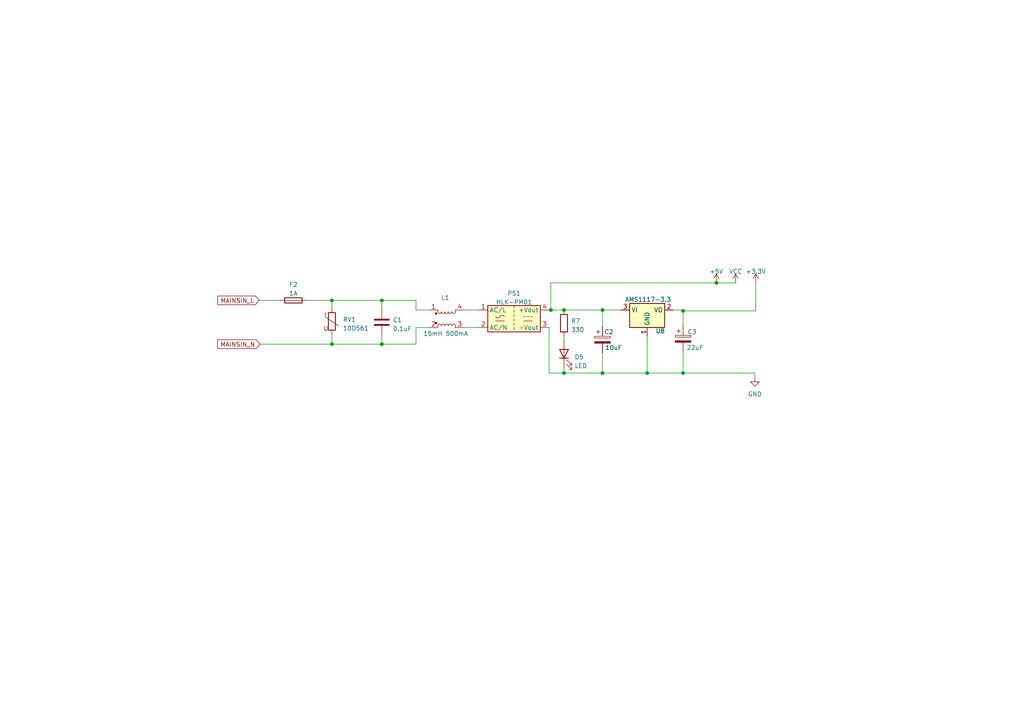
<source format=kicad_sch>
(kicad_sch (version 20230121) (generator eeschema)
  (paper "A4")
  (lib_symbols
    (symbol "Converter_ACDC:HLK-PM01"
      (property "Reference" "PS" (at 0 5.08 0))
      (property "Value" "HLK-PM01" (at 0 -5.08 0))
      (symbol "HLK-PM01_0_1"
        (rectangle (start -7.62 3.81) (end 7.62 -3.81) (stroke (width 0.254)) (fill (type background)))
        (arc (start -5.334 0.635) (mid -4.699 0.2495) (end -4.064 0.635))
        (arc (start -2.794 0.635) (mid -3.429 1.0072) (end -4.064 0.635))
        (polyline (pts (xy -5.334 -0.635) (xy -2.794 -0.635)))
        (polyline (pts (xy 0 -2.54) (xy 0 -3.175)))
        (polyline (pts (xy 0 -1.27) (xy 0 -1.905)))
        (polyline (pts (xy 0 0) (xy 0 -0.635)))
        (polyline (pts (xy 0 1.27) (xy 0 0.635)))
        (polyline (pts (xy 0 2.54) (xy 0 1.905)))
        (polyline (pts (xy 0 3.81) (xy 0 3.175)))
        (polyline (pts (xy 2.794 -0.635) (xy 5.334 -0.635)))
        (polyline (pts (xy 2.794 0.635) (xy 3.302 0.635)))
        (polyline (pts (xy 3.81 0.635) (xy 4.318 0.635)))
        (polyline (pts (xy 4.826 0.635) (xy 5.334 0.635)))
      )
      (symbol "HLK-PM01_1_1"
        (pin power_in line (at -10.16 2.54 0) (length 2.54) (name "AC/L") (number "1"))
        (pin power_in line (at -10.16 -2.54 0) (length 2.54) (name "AC/N") (number "2"))
        (pin power_out line (at 10.16 -2.54 180) (length 2.54) (name "-Vout") (number "3"))
        (pin power_out line (at 10.16 2.54 180) (length 2.54) (name "+Vout") (number "4"))
      )
    )
    (symbol "Device:C" (pin_numbers hide) (pin_names (offset 0.254))
      (property "Reference" "C" (at 0.635 2.54 0))
      (property "Value" "C" (at 0.635 -2.54 0))
      (symbol "C_0_1"
        (polyline (pts (xy -2.032 -0.762) (xy 2.032 -0.762)) (stroke (width 0.508)))
        (polyline (pts (xy -2.032 0.762) (xy 2.032 0.762)) (stroke (width 0.508)))
      )
      (symbol "C_1_1"
        (pin passive line (at 0 3.81 270) (length 2.794) (name "~") (number "1"))
        (pin passive line (at 0 -3.81 90) (length 2.794) (name "~") (number "2"))
      )
    )
    (symbol "Device:C_Polarized" (pin_numbers hide) (pin_names (offset 0.254))
      (property "Reference" "C" (at 0.635 2.54 0))
      (property "Value" "C_Polarized" (at 0.635 -2.54 0))
      (symbol "C_Polarized_0_1"
        (rectangle (start -2.286 0.508) (end 2.286 1.016))
        (polyline (pts (xy -1.778 2.286) (xy -0.762 2.286)))
        (polyline (pts (xy -1.27 2.794) (xy -1.27 1.778)))
        (rectangle (start 2.286 -0.508) (end -2.286 -1.016) (fill (type outline)))
      )
      (symbol "C_Polarized_1_1"
        (pin passive line (at 0 3.81 270) (length 2.794) (name "~") (number "1"))
        (pin passive line (at 0 -3.81 90) (length 2.794) (name "~") (number "2"))
      )
    )
    (symbol "Device:Fuse" (pin_numbers hide) (pin_names (offset 0))
      (property "Reference" "F" (at 2.032 0 90))
      (property "Value" "Fuse" (at -1.905 0 90))
      (symbol "Fuse_0_1"
        (rectangle (start -0.762 -2.54) (end 0.762 2.54) (stroke (width 0.254)))
        (polyline (pts (xy 0 2.54) (xy 0 -2.54)))
      )
      (symbol "Fuse_1_1"
        (pin passive line (at 0 3.81 270) (length 1.27) (name "~") (number "1"))
        (pin passive line (at 0 -3.81 90) (length 1.27) (name "~") (number "2"))
      )
    )
    (symbol "Device:LED" (pin_numbers hide) (pin_names (offset 1.016) hide)
      (property "Reference" "D" (at 0 2.54 0))
      (property "Value" "LED" (at 0 -2.54 0))
      (symbol "LED_0_1"
        (polyline (pts (xy -1.27 -1.27) (xy -1.27 1.27)) (stroke (width 0.254)))
        (polyline (pts (xy -1.27 0) (xy 1.27 0)))
        (polyline (pts (xy 1.27 -1.27) (xy 1.27 1.27) (xy -1.27 0) (xy 1.27 -1.27)) (stroke (width 0.254)))
        (polyline (pts (xy -3.048 -0.762) (xy -4.572 -2.286) (xy -3.81 -2.286) (xy -4.572 -2.286) (xy -4.572 -1.524)))
        (polyline (pts (xy -1.778 -0.762) (xy -3.302 -2.286) (xy -2.54 -2.286) (xy -3.302 -2.286) (xy -3.302 -1.524)))
      )
      (symbol "LED_1_1"
        (pin passive line (at -3.81 0 0) (length 2.54) (name "K") (number "1"))
        (pin passive line (at 3.81 0 180) (length 2.54) (name "A") (number "2"))
      )
    )
    (symbol "Device:L_Coupled_1423" (pin_names (offset 0.254) hide)
      (property "Reference" "L" (at 0 4.445 0))
      (property "Value" "L_Coupled_1423" (at 0 -4.445 0))
      (symbol "L_Coupled_1423_0_1"
        (circle (center -3.048 -1.27) (radius 0.254) (fill (type outline)))
        (circle (center -3.048 1.524) (radius 0.254) (fill (type outline)))
        (arc (start -2.54 2.032) (mid -2.032 1.5262) (end -1.524 2.032))
        (arc (start -1.524 -2.032) (mid -2.032 -1.5262) (end -2.54 -2.032))
        (arc (start -1.524 2.032) (mid -1.016 1.5262) (end -0.508 2.032))
        (arc (start -0.508 -2.032) (mid -1.016 -1.5262) (end -1.524 -2.032))
        (arc (start -0.508 2.032) (mid 0 1.5262) (end 0.508 2.032))
        (polyline (pts (xy -2.54 -2.032) (xy -2.54 -2.54)))
        (polyline (pts (xy -2.54 2.032) (xy -2.54 2.54)))
        (polyline (pts (xy 2.54 -2.032) (xy 2.54 -2.54)))
        (polyline (pts (xy 2.54 2.54) (xy 2.54 2.032)))
        (arc (start 0.508 -2.032) (mid 0 -1.5262) (end -0.508 -2.032))
        (arc (start 0.508 2.032) (mid 1.016 1.5262) (end 1.524 2.032))
        (arc (start 1.524 -2.032) (mid 1.016 -1.5262) (end 0.508 -2.032))
        (arc (start 1.524 2.032) (mid 2.032 1.5262) (end 2.54 2.032))
        (arc (start 2.54 -2.032) (mid 2.032 -1.5262) (end 1.524 -2.032))
      )
      (symbol "L_Coupled_1423_1_1"
        (pin passive line (at -5.08 2.54 0) (length 2.54) (name "1") (number "1"))
        (pin passive line (at -5.08 -2.54 0) (length 2.54) (name "2") (number "2"))
        (pin passive line (at 5.08 -2.54 180) (length 2.54) (name "3") (number "3"))
        (pin passive line (at 5.08 2.54 180) (length 2.54) (name "4") (number "4"))
      )
    )
    (symbol "Device:R" (pin_numbers hide) (pin_names (offset 0))
      (property "Reference" "R" (at 2.032 0 90))
      (property "Value" "R" (at 0 0 90))
      (symbol "R_0_1"
        (rectangle (start -1.016 -2.54) (end 1.016 2.54) (stroke (width 0.254)))
      )
      (symbol "R_1_1"
        (pin passive line (at 0 3.81 270) (length 1.27) (name "~") (number "1"))
        (pin passive line (at 0 -3.81 90) (length 1.27) (name "~") (number "2"))
      )
    )
    (symbol "Device:Varistor" (pin_numbers hide) (pin_names (offset 0))
      (property "Reference" "RV" (at 3.175 0 90))
      (property "Value" "Varistor" (at -3.175 0 90))
      (symbol "Varistor_0_0"
        (text "U" (at -1.778 -2.032 0) (effects (font (size 1.27 1.27))))
      )
      (symbol "Varistor_0_1"
        (rectangle (start -1.016 -2.54) (end 1.016 2.54) (stroke (width 0.254)))
        (polyline (pts (xy -1.905 2.54) (xy -1.905 1.27) (xy 1.905 -1.27)))
      )
      (symbol "Varistor_1_1"
        (pin passive line (at 0 3.81 270) (length 1.27) (name "~") (number "1"))
        (pin passive line (at 0 -3.81 90) (length 1.27) (name "~") (number "2"))
      )
    )
    (symbol "Regulator_Linear:AMS1117-3.3"
      (property "Reference" "U" (at -3.81 3.175 0))
      (property "Value" "AMS1117-3.3" (at 0 3.175 0))
      (symbol "AMS1117-3.3_0_1"
        (rectangle (start -5.08 -5.08) (end 5.08 1.905) (stroke (width 0.254)) (fill (type background)))
      )
      (symbol "AMS1117-3.3_1_1"
        (pin power_in line (at 0 -7.62 90) (length 2.54) (name "GND") (number "1"))
        (pin power_out line (at 7.62 0 180) (length 2.54) (name "VO") (number "2"))
        (pin power_in line (at -7.62 0 0) (length 2.54) (name "VI") (number "3"))
      )
    )
    (symbol "power:+3.3V" (power) (pin_names (offset 0))
      (property "Value" "+3.3V" (at 0 3.556 0))
      (symbol "+3.3V_0_1"
        (polyline (pts (xy -0.762 1.27) (xy 0 2.54)))
        (polyline (pts (xy 0 0) (xy 0 2.54)))
        (polyline (pts (xy 0 2.54) (xy 0.762 1.27)))
      )
      (symbol "+3.3V_1_1"
        (pin power_in line (at 0 0 90) (length 0) hide (name "+3.3V") (number "1"))
      )
    )
    (symbol "power:+5V" (power) (pin_names (offset 0))
      (property "Value" "+5V" (at 0 3.556 0))
      (symbol "+5V_0_1"
        (polyline (pts (xy -0.762 1.27) (xy 0 2.54)))
        (polyline (pts (xy 0 0) (xy 0 2.54)))
        (polyline (pts (xy 0 2.54) (xy 0.762 1.27)))
      )
      (symbol "+5V_1_1"
        (pin power_in line (at 0 0 90) (length 0) hide (name "+5V") (number "1"))
      )
    )
    (symbol "power:GND" (power) (pin_names (offset 0))
      (property "Value" "GND" (at 0 -3.81 0))
      (symbol "GND_0_1"
        (polyline (pts (xy 0 0) (xy 0 -1.27) (xy 1.27 -1.27) (xy 0 -2.54) (xy -1.27 -1.27) (xy 0 -1.27)))
      )
      (symbol "GND_1_1"
        (pin power_in line (at 0 0 270) (length 0) hide (name "GND") (number "1"))
      )
    )
    (symbol "power:VCC" (power) (pin_names (offset 0))
      (property "Value" "VCC" (at 0 3.81 0))
      (symbol "VCC_0_1"
        (polyline (pts (xy -0.762 1.27) (xy 0 2.54)))
        (polyline (pts (xy 0 0) (xy 0 2.54)))
        (polyline (pts (xy 0 2.54) (xy 0.762 1.27)))
      )
      (symbol "VCC_1_1"
        (pin power_in line (at 0 0 90) (length 0) hide (name "VCC") (number "1"))
      )
    )
  )
  (junction (at 174.752 89.916))
  (junction (at 198.12 90.17))
  (junction (at 163.576 108.204))
  (junction (at 110.744 87.122))
  (junction (at 187.706 108.204))
  (junction (at 174.752 108.204))
  (junction (at 110.744 99.822))
  (junction (at 198.12 108.204))
  (junction (at 96.266 87.122))
  (junction (at 96.266 99.822))
  (junction (at 159.766 89.916))
  (junction (at 163.576 89.916))
  (junction (at 207.772 82.042))
  (wire (pts (xy 198.12 102.108) (xy 198.12 108.204)))
  (wire (pts (xy 159.766 82.042) (xy 159.766 89.916)))
  (wire (pts (xy 198.12 108.204) (xy 187.706 108.204)))
  (wire (pts (xy 110.744 87.122) (xy 96.266 87.122)))
  (wire (pts (xy 198.12 89.916) (xy 195.326 89.916)))
  (wire (pts (xy 174.752 94.742) (xy 174.752 89.916)))
  (wire (pts (xy 174.752 89.916) (xy 163.576 89.916)))
  (wire (pts (xy 218.948 108.204) (xy 198.12 108.204)))
  (wire (pts (xy 75.438 99.822) (xy 96.266 99.822)))
  (wire (pts (xy 110.744 87.122) (xy 120.65 87.122)))
  (wire (pts (xy 207.772 82.042) (xy 159.766 82.042)))
  (wire (pts (xy 134.62 89.916) (xy 138.938 89.916)))
  (wire (pts (xy 110.744 89.662) (xy 110.744 87.122)))
  (wire (pts (xy 219.202 90.17) (xy 198.12 90.17)))
  (wire (pts (xy 159.766 89.916) (xy 163.576 89.916)))
  (wire (pts (xy 124.46 89.916) (xy 120.65 89.916)))
  (wire (pts (xy 187.706 97.536) (xy 187.706 108.204)))
  (wire (pts (xy 159.258 89.916) (xy 159.766 89.916)))
  (wire (pts (xy 163.576 97.536) (xy 163.576 98.806)))
  (wire (pts (xy 163.576 89.662) (xy 163.576 89.916)))
  (wire (pts (xy 174.752 89.916) (xy 180.086 89.916)))
  (wire (pts (xy 75.184 87.122) (xy 81.28 87.122)))
  (wire (pts (xy 163.576 108.204) (xy 163.576 106.426)))
  (wire (pts (xy 198.12 90.17) (xy 198.12 89.916)))
  (wire (pts (xy 120.65 89.916) (xy 120.65 87.122)))
  (wire (pts (xy 174.752 102.362) (xy 174.752 108.204)))
  (wire (pts (xy 124.46 94.996) (xy 120.65 94.996)))
  (wire (pts (xy 134.62 94.996) (xy 138.938 94.996)))
  (wire (pts (xy 110.744 97.282) (xy 110.744 99.822)))
  (wire (pts (xy 213.36 82.042) (xy 207.772 82.042)))
  (wire (pts (xy 120.65 94.996) (xy 120.65 99.822)))
  (wire (pts (xy 159.258 108.204) (xy 163.576 108.204)))
  (wire (pts (xy 218.948 108.204) (xy 218.948 109.474)))
  (wire (pts (xy 198.12 94.488) (xy 198.12 90.17)))
  (wire (pts (xy 219.202 82.042) (xy 219.202 90.17)))
  (wire (pts (xy 96.266 97.028) (xy 96.266 99.822)))
  (wire (pts (xy 110.744 99.822) (xy 96.266 99.822)))
  (wire (pts (xy 159.258 94.996) (xy 159.258 108.204)))
  (wire (pts (xy 96.266 87.122) (xy 96.266 89.408)))
  (wire (pts (xy 88.9 87.122) (xy 96.266 87.122)))
  (wire (pts (xy 174.752 108.204) (xy 163.576 108.204)))
  (wire (pts (xy 120.65 99.822) (xy 110.744 99.822)))
  (wire (pts (xy 187.706 108.204) (xy 174.752 108.204)))
  (global_label "MAINSIN_N" (shape input) (at 75.438 99.822 180) (property "Intersheetrefs" "${INTERSHEET_REFS}" (effects hide)))
  (global_label "MAINSIN_L" (shape input) (at 75.184 87.122 180) (property "Intersheetrefs" "${INTERSHEET_REFS}" (effects hide)))
  (symbol (lib_id "Device:C") (at 110.744 93.472 0) (unit 1)
    (property "Reference" "C1" (at 113.919 92.837 0) (effects (justify left)))
    (property "Value" "0.1uF" (at 113.919 95.377 0) (effects (justify left)))
    (property "Footprint" "Capacitor_THT:C_Rect_L10.0mm_W3.0mm_P7.50mm_MKS4" (effects hide))
    (instances (project "immersion-controller" (path "" (reference "C1") (unit 1)) (path "" (reference "C4") (unit 1))))
  )
  (symbol (lib_id "Device:Fuse") (at 85.09 87.122 90) (unit 1)
    (property "Reference" "F2" (at 85.09 82.55 90))
    (property "Value" "1A" (at 85.09 85.09 90))
    (property "Footprint" "Fuse:Fuseholder_Littelfuse_100_series_5x20mm" (effects hide))
    (instances (project "immersion-controller" (path "" (reference "F2") (unit 1)) (path "" (reference "F3") (unit 1))))
  )
  (symbol (lib_id "Device:C_Polarized") (at 198.12 98.298 0) (unit 1)
    (property "Reference" "C3" (at 199.39 96.266 0) (effects (justify left)))
    (property "Value" "22uF" (at 199.136 100.838 0) (effects (justify left)))
    (property "Footprint" "Capacitor_SMD:C_0805_2012Metric" (effects hide))
    (instances (project "immersion-controller" (path "" (reference "C3") (unit 1)) (path "" (reference "C6") (unit 1))))
  )
  (symbol (lib_id "Device:L_Coupled_1423") (at 129.54 92.456 0) (unit 1)
    (property "Reference" "L1" (at 129.159 86.36 0))
    (property "Value" "15mH 500mA" (at 129.286 96.774 0))
    (property "Footprint" "ABRACON:ALFT03A11" (effects hide))
    (instances (project "immersion-controller" (path "" (reference "L1") (unit 1)) (path "" (reference "L2") (unit 1))))
  )
  (symbol (lib_id "Device:R") (at 163.576 93.726 0) (unit 1)
    (property "Reference" "R7" (at 165.608 93.091 0) (effects (justify left)))
    (property "Value" "330" (at 165.608 95.631 0) (effects (justify left)))
    (property "Footprint" "Resistor_SMD:R_0805_2012Metric" (effects hide))
    (instances (project "immersion-controller" (path "" (reference "R7") (unit 1)) (path "" (reference "R1") (unit 1))))
  )
  (symbol (lib_id "Device:C_Polarized") (at 174.752 98.552 0) (unit 1)
    (property "Reference" "C2" (at 175.26 96.266 0) (effects (justify left)))
    (property "Value" "10uF" (at 175.514 100.838 0) (effects (justify left)))
    (property "Footprint" "Capacitor_SMD:C_0805_2012Metric" (effects hide))
    (instances (project "immersion-controller" (path "" (reference "C2") (unit 1)) (path "" (reference "C5") (unit 1))))
  )
  (symbol (lib_id "power:GND") (at 218.948 109.474 0) (unit 1)
    (property "Reference" "#PWR06" (effects hide))
    (property "Value" "GND" (at 218.948 114.3 0))
    (instances (project "immersion-controller" (path "" (reference "#PWR06") (unit 1)) (path "" (reference "#PWR02") (unit 1))))
  )
  (symbol (lib_id "power:+5V") (at 207.772 82.042 0) (unit 1)
    (property "Reference" "#PWR027" (effects hide))
    (property "Value" "+5V" (at 207.772 78.74 0))
  )
  (symbol (lib_id "Device:LED") (at 163.576 102.616 90) (unit 1)
    (property "Reference" "D5" (at 166.624 103.5685 90) (effects (justify right)))
    (property "Value" "LED" (at 166.624 106.1085 90) (effects (justify right)))
    (property "Footprint" "Diode_SMD:D_1210_3225Metric_Pad1.42x2.65mm_HandSolder" (effects hide))
    (instances (project "immersion-controller" (path "" (reference "D5") (unit 1)) (path "" (reference "D1") (unit 1))))
  )
  (symbol (lib_id "Converter_ACDC:HLK-PM01") (at 149.098 92.456 0) (unit 1)
    (property "Reference" "PS1" (at 149.098 85.09 0))
    (property "Value" "HLK-PM01" (at 149.098 87.63 0))
    (property "Footprint" "Converter_ACDC:Converter_ACDC_HiLink_HLK-PMxx" (effects hide))
    (property "Datasheet" "http://www.hlktech.net/product_detail.php?ProId=54" (effects hide))
    (instances (project "immersion-controller" (path "" (reference "PS1") (unit 1)) (path "" (reference "PS2") (unit 1))))
  )
  (symbol (lib_id "power:+3.3V") (at 219.202 82.042 0) (unit 1)
    (property "Reference" "#PWR07" (effects hide))
    (property "Value" "+3.3V" (at 219.202 78.74 0))
    (instances (project "immersion-controller" (path "" (reference "#PWR07") (unit 1)) (path "" (reference "#PWR03") (unit 1))))
  )
  (symbol (lib_id "power:VCC") (at 213.36 82.042 0) (unit 1)
    (property "Reference" "#PWR05" (effects hide))
    (property "Value" "VCC" (at 213.36 78.74 0))
    (instances (project "immersion-controller" (path "" (reference "#PWR05") (unit 1)) (path "" (reference "#PWR01") (unit 1))))
  )
  (symbol (lib_id "Device:Varistor") (at 96.266 93.218 0) (unit 1)
    (property "Reference" "RV1" (at 99.441 92.6822 0) (effects (justify left)))
    (property "Value" "10D561" (at 99.441 95.2222 0) (effects (justify left)))
    (property "Footprint" "Varistor:RV_Disc_D7mm_W5.7mm_P5mm" (effects hide))
    (property "Sim.Name" "kicad_builtin_varistor" (effects hide))
    (property "Sim.Device" "SUBCKT" (effects hide))
    (property "Sim.Pins" "1=A 2=B" (effects hide))
    (property "Sim.Params" "threshold=1k" (effects hide))
    (property "Sim.Library" "${KICAD7_SYMBOL_DIR}/Simulation_SPICE.sp" (effects hide))
    (instances (project "immersion-controller" (path "" (reference "RV1") (unit 1)) (path "" (reference "RV2") (unit 1))))
  )
  (symbol (lib_id "Regulator_Linear:AMS1117-3.3") (at 187.706 89.916 0) (unit 1)
    (property "Reference" "U8" (at 191.516 96.012 0))
    (property "Value" "AMS1117-3.3" (at 187.96 86.868 0))
    (property "Footprint" "Package_TO_SOT_SMD:SOT-223-3_TabPin2" (effects hide))
    (property "Datasheet" "http://www.advanced-monolithic.com/pdf/ds1117.pdf" (effects hide))
    (instances (project "immersion-controller" (path "" (reference "U8") (unit 1)) (path "" (reference "U6") (unit 1))))
  )
)
</source>
